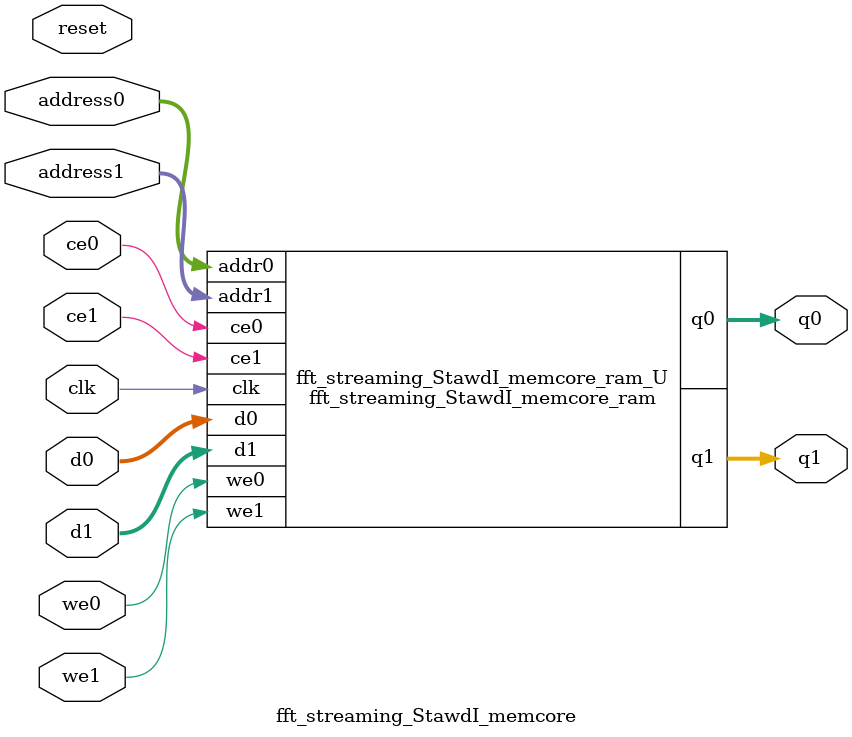
<source format=v>
`timescale 1 ns / 1 ps
module fft_streaming_StawdI_memcore_ram (addr0, ce0, d0, we0, q0, addr1, ce1, d1, we1, q1,  clk);

parameter DWIDTH = 32;
parameter AWIDTH = 10;
parameter MEM_SIZE = 1024;

input[AWIDTH-1:0] addr0;
input ce0;
input[DWIDTH-1:0] d0;
input we0;
output reg[DWIDTH-1:0] q0;
input[AWIDTH-1:0] addr1;
input ce1;
input[DWIDTH-1:0] d1;
input we1;
output reg[DWIDTH-1:0] q1;
input clk;

(* ram_style = "block" *)reg [DWIDTH-1:0] ram[0:MEM_SIZE-1];




always @(posedge clk)  
begin 
    if (ce0) 
    begin
        if (we0) 
        begin 
            ram[addr0] <= d0; 
        end 
        q0 <= ram[addr0];
    end
end


always @(posedge clk)  
begin 
    if (ce1) 
    begin
        if (we1) 
        begin 
            ram[addr1] <= d1; 
        end 
        q1 <= ram[addr1];
    end
end


endmodule

`timescale 1 ns / 1 ps
module fft_streaming_StawdI_memcore(
    reset,
    clk,
    address0,
    ce0,
    we0,
    d0,
    q0,
    address1,
    ce1,
    we1,
    d1,
    q1);

parameter DataWidth = 32'd32;
parameter AddressRange = 32'd1024;
parameter AddressWidth = 32'd10;
input reset;
input clk;
input[AddressWidth - 1:0] address0;
input ce0;
input we0;
input[DataWidth - 1:0] d0;
output[DataWidth - 1:0] q0;
input[AddressWidth - 1:0] address1;
input ce1;
input we1;
input[DataWidth - 1:0] d1;
output[DataWidth - 1:0] q1;



fft_streaming_StawdI_memcore_ram fft_streaming_StawdI_memcore_ram_U(
    .clk( clk ),
    .addr0( address0 ),
    .ce0( ce0 ),
    .we0( we0 ),
    .d0( d0 ),
    .q0( q0 ),
    .addr1( address1 ),
    .ce1( ce1 ),
    .we1( we1 ),
    .d1( d1 ),
    .q1( q1 ));

endmodule


</source>
